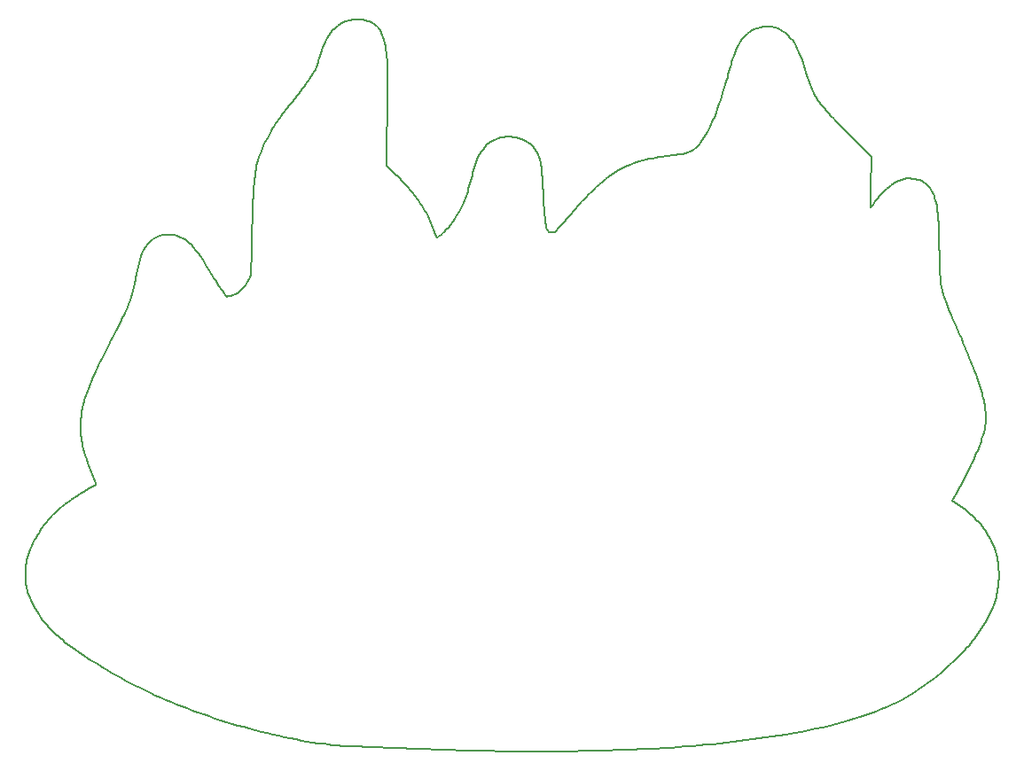
<source format=gbr>
%TF.GenerationSoftware,KiCad,Pcbnew,(6.0.1-0)*%
%TF.CreationDate,2023-09-14T22:16:04-07:00*%
%TF.ProjectId,pizzapad-base,70697a7a-6170-4616-942d-626173652e6b,rev?*%
%TF.SameCoordinates,Original*%
%TF.FileFunction,Profile,NP*%
%FSLAX46Y46*%
G04 Gerber Fmt 4.6, Leading zero omitted, Abs format (unit mm)*
G04 Created by KiCad (PCBNEW (6.0.1-0)) date 2023-09-14 22:16:04*
%MOMM*%
%LPD*%
G01*
G04 APERTURE LIST*
%ADD10C,0.200000*%
%TA.AperFunction,Profile*%
%ADD11C,0.200000*%
%TD*%
G04 APERTURE END LIST*
D10*
X129648530Y-96958434D02*
X129526023Y-96798568D01*
X129395492Y-96620260D01*
X129268142Y-96440914D01*
X129116228Y-96221238D01*
X129001609Y-96051834D01*
X128876528Y-95863685D01*
X128741167Y-95656461D01*
X128595708Y-95429834D01*
X128440333Y-95183476D01*
X128275223Y-94917058D01*
X128189075Y-94776224D01*
X182342277Y-138917757D02*
X183106683Y-138792381D01*
X183847605Y-138664598D01*
X184565844Y-138534017D01*
X185262198Y-138400246D01*
X185937465Y-138262894D01*
X186592446Y-138121568D01*
X187227939Y-137975877D01*
X187844743Y-137825429D01*
X188443658Y-137669833D01*
X189025482Y-137508697D01*
X189591014Y-137341628D01*
X190141054Y-137168236D01*
X190676401Y-136988129D01*
X191197854Y-136800914D01*
X191706211Y-136606201D01*
X192202273Y-136403598D01*
X192686837Y-136192712D01*
X193160703Y-135973153D01*
X193624671Y-135744528D01*
X194079538Y-135506446D01*
X194526105Y-135258515D01*
X194965171Y-135000343D01*
X195397534Y-134731539D01*
X195823993Y-134451711D01*
X196245348Y-134160467D01*
X196662398Y-133857416D01*
X197075942Y-133542165D01*
X197486778Y-133214324D01*
X197895707Y-132873500D01*
X198303526Y-132519302D01*
X198711036Y-132151338D01*
X199119035Y-131769217D01*
X159118830Y-140442283D02*
X160064719Y-140436050D01*
X160989139Y-140427669D01*
X161892817Y-140417087D01*
X162776479Y-140404252D01*
X163640851Y-140389112D01*
X164486660Y-140371614D01*
X165314633Y-140351707D01*
X166125496Y-140329337D01*
X166919976Y-140304452D01*
X167698799Y-140277001D01*
X168462692Y-140246931D01*
X169212381Y-140214189D01*
X169948593Y-140178723D01*
X170672054Y-140140481D01*
X171383492Y-140099410D01*
X172083632Y-140055459D01*
X172773201Y-140008574D01*
X173452925Y-139958704D01*
X174123532Y-139905797D01*
X174785748Y-139849799D01*
X175440299Y-139790659D01*
X176087911Y-139728324D01*
X176729312Y-139662742D01*
X177365228Y-139593861D01*
X177996385Y-139521628D01*
X178623511Y-139445991D01*
X179247330Y-139366898D01*
X179868571Y-139284296D01*
X180487960Y-139198133D01*
X181106223Y-139108357D01*
X181724086Y-139014916D01*
X182342277Y-138917757D01*
X155893080Y-81771268D02*
X155571640Y-81857607D01*
X155275696Y-81973849D01*
X155004111Y-82117144D01*
X154755753Y-82284643D01*
X154529485Y-82473497D01*
X154324173Y-82680860D01*
X154138683Y-82903880D01*
X153971881Y-83139711D01*
X153822630Y-83385502D01*
X153689797Y-83638407D01*
X153572247Y-83895575D01*
X153468846Y-84154159D01*
X153378458Y-84411310D01*
X153299950Y-84664178D01*
X153232186Y-84909917D01*
X153174032Y-85145676D01*
X202219216Y-127918394D02*
X202358892Y-127659765D01*
X202489022Y-127406781D01*
X202609777Y-127158460D01*
X202721329Y-126913818D01*
X202823848Y-126671872D01*
X202917506Y-126431639D01*
X203002474Y-126192136D01*
X203078925Y-125952379D01*
X203147028Y-125711386D01*
X203206957Y-125468173D01*
X203258882Y-125221756D01*
X203302974Y-124971154D01*
X203339406Y-124715382D01*
X203368348Y-124453458D01*
X203389971Y-124184397D01*
X203404449Y-123907219D01*
D11*
X191189549Y-86779435D02*
X191210491Y-83621156D01*
D10*
X144935550Y-84474048D02*
X144933170Y-84292778D01*
X160257504Y-90593068D02*
X160182665Y-90372673D01*
X160136394Y-90149785D01*
X160102737Y-89927234D01*
X160069414Y-89646987D01*
X160047132Y-89423557D01*
X160024623Y-89167669D01*
X160001735Y-88876595D01*
X159978319Y-88547609D01*
X159954224Y-88177985D01*
X159941875Y-87977082D01*
X159929300Y-87764997D01*
X159916480Y-87541389D01*
X159903396Y-87305917D01*
X159890030Y-87058242D01*
X159876363Y-86798021D01*
X185007809Y-75605775D02*
X184900467Y-75269731D01*
X184798891Y-74955625D01*
X184701924Y-74662094D01*
X184608409Y-74387777D01*
X184517190Y-74131311D01*
X184427111Y-73891335D01*
X184337014Y-73666487D01*
X184245743Y-73455405D01*
X184152142Y-73256727D01*
X184055055Y-73069092D01*
X183953325Y-72891136D01*
X183845794Y-72721499D01*
X183671095Y-72479662D01*
X183544007Y-72324863D01*
X183407071Y-72173617D01*
X183334549Y-72098900D01*
X177375886Y-76370362D02*
X177257779Y-76769615D01*
X177142705Y-77151048D01*
X177030530Y-77515149D01*
X176921120Y-77862413D01*
X176814342Y-78193329D01*
X176710063Y-78508389D01*
X176608148Y-78808086D01*
X176508465Y-79092910D01*
X176410880Y-79363353D01*
X176315259Y-79619907D01*
X176221469Y-79863063D01*
X176129376Y-80093313D01*
X176038847Y-80311148D01*
X175949749Y-80517060D01*
X175861947Y-80711541D01*
X175775309Y-80895082D01*
X175604989Y-81231310D01*
X175437720Y-81529677D01*
X175272435Y-81794115D01*
X175108066Y-82028558D01*
X174943544Y-82236937D01*
X174777802Y-82423185D01*
X174609771Y-82591235D01*
X174438385Y-82745019D01*
X150299278Y-90906804D02*
X150137853Y-91041905D01*
X149970423Y-91164145D01*
X149800158Y-91269978D01*
X149720609Y-91313498D01*
X159413895Y-83372484D02*
X159266053Y-83104088D01*
X159098447Y-82862236D01*
X158913251Y-82646050D01*
X158712634Y-82454650D01*
X158498770Y-82287157D01*
X158273830Y-82142693D01*
X158039987Y-82020379D01*
X157799411Y-81919335D01*
X157554275Y-81838683D01*
X157306751Y-81777544D01*
X157059011Y-81735040D01*
X156813226Y-81710290D01*
X156571568Y-81702417D01*
X156336210Y-81710542D01*
X156109323Y-81733785D01*
X155893080Y-81771268D01*
X124259238Y-91074136D02*
X124032861Y-91072239D01*
X123818072Y-91084011D01*
X123614523Y-91108874D01*
X123239750Y-91195559D01*
X122905757Y-91327667D01*
X122609759Y-91500573D01*
X122348971Y-91709649D01*
X122120608Y-91950270D01*
X121921884Y-92217809D01*
X121750016Y-92507640D01*
X121602217Y-92815137D01*
X121475704Y-93135673D01*
X121367690Y-93464621D01*
X121275391Y-93797357D01*
X121196021Y-94129252D01*
X121126796Y-94455682D01*
X121064931Y-94772019D01*
X121035888Y-94924958D01*
X159876363Y-86798021D02*
X159863865Y-86558300D01*
X159850736Y-86314501D01*
X159836643Y-86068229D01*
X159821251Y-85821090D01*
X159804228Y-85574691D01*
X159785239Y-85330638D01*
X159763951Y-85090537D01*
X159740031Y-84855994D01*
X159713146Y-84628615D01*
X159682961Y-84410007D01*
X159649144Y-84201776D01*
X159590877Y-83912398D01*
X159522560Y-83655403D01*
X159443069Y-83436210D01*
X159413895Y-83372484D01*
X149720609Y-91313498D02*
X149628255Y-91064058D01*
X149536702Y-90822843D01*
X149445673Y-90589433D01*
X149354895Y-90363404D01*
X149264091Y-90144337D01*
X149172988Y-89931808D01*
X149081309Y-89725397D01*
X148988780Y-89524681D01*
X148895125Y-89329240D01*
X148800070Y-89138651D01*
X148703339Y-88952493D01*
X148604657Y-88770344D01*
X148503750Y-88591783D01*
X148400341Y-88416387D01*
X148294157Y-88243736D01*
X148184922Y-88073407D01*
X148072360Y-87904980D01*
X147956197Y-87738032D01*
X147836158Y-87572141D01*
X147711968Y-87406887D01*
X147583351Y-87241847D01*
X147450033Y-87076600D01*
X147311738Y-86910724D01*
X147168191Y-86743797D01*
X147019117Y-86575399D01*
X146864241Y-86405107D01*
X146703289Y-86232499D01*
X146535984Y-86057155D01*
X146362052Y-85878651D01*
X146181218Y-85696568D01*
X145993206Y-85510482D01*
X145797743Y-85319974D01*
X142395517Y-70504613D02*
X142186684Y-70499102D01*
X141967330Y-70503599D01*
X141758748Y-70516274D01*
X198921504Y-116496070D02*
X199023714Y-116321773D01*
X110485054Y-122798684D02*
X110467429Y-123005904D01*
X110454696Y-123212270D01*
X110447282Y-123417996D01*
X110445615Y-123623301D01*
X110450121Y-123828398D01*
X110461227Y-124033506D01*
X110479360Y-124238840D01*
X110504947Y-124444616D01*
X110538416Y-124651051D01*
X110580193Y-124858361D01*
X110612872Y-124997161D01*
X110612872Y-124997161D02*
X110680183Y-125234439D01*
X110765737Y-125482545D01*
X110868017Y-125739447D01*
X110985508Y-126003113D01*
X111116693Y-126271509D01*
X111260055Y-126542604D01*
X111414077Y-126814366D01*
X111577244Y-127084762D01*
X111748039Y-127351759D01*
X111924946Y-127613327D01*
X112106447Y-127867432D01*
X112291027Y-128112041D01*
X112477169Y-128345124D01*
X112663357Y-128564647D01*
X112848074Y-128768578D01*
X113029804Y-128954886D01*
X113029804Y-128954886D02*
X113200065Y-129118170D01*
X113382797Y-129285401D01*
X113577541Y-129456317D01*
X113783838Y-129630657D01*
X114001231Y-129808161D01*
X114229262Y-129988568D01*
X114467472Y-130171617D01*
X114715403Y-130357047D01*
X114972597Y-130544598D01*
X115238595Y-130734009D01*
X115512941Y-130925019D01*
X115795174Y-131117367D01*
X116084837Y-131310793D01*
X116381473Y-131505036D01*
X116684622Y-131699835D01*
X116993826Y-131894930D01*
X117308628Y-132090059D01*
X117628569Y-132284961D01*
X117953191Y-132479377D01*
X118282036Y-132673045D01*
X118614645Y-132865705D01*
X118950560Y-133057096D01*
X119289324Y-133246956D01*
X119630478Y-133435026D01*
X119973563Y-133621045D01*
X120318122Y-133804751D01*
X120663697Y-133985884D01*
X121009829Y-134164184D01*
X121356059Y-134339389D01*
X121701931Y-134511239D01*
X122046985Y-134679473D01*
X122390764Y-134843831D01*
D11*
X142395398Y-70504649D02*
X142395517Y-70504613D01*
D10*
X117194362Y-114932037D02*
X116920606Y-115083725D01*
X116655177Y-115233358D01*
X116397852Y-115381187D01*
X116148410Y-115527459D01*
X115906625Y-115672426D01*
X115672276Y-115816336D01*
X115445140Y-115959441D01*
X115224993Y-116101988D01*
X115011614Y-116244228D01*
X114804778Y-116386411D01*
X114604263Y-116528786D01*
X114409846Y-116671602D01*
X114221304Y-116815111D01*
X114038415Y-116959561D01*
X113860954Y-117105202D01*
X113688700Y-117252283D01*
X113521430Y-117401055D01*
X113358920Y-117551767D01*
X113200947Y-117704669D01*
X113047290Y-117860010D01*
X112897724Y-118018040D01*
X112752027Y-118179010D01*
X112609975Y-118343167D01*
X112471347Y-118510763D01*
X112335919Y-118682047D01*
X112203468Y-118857268D01*
X112073771Y-119036677D01*
X111946605Y-119220523D01*
X111821748Y-119409055D01*
X111698976Y-119602524D01*
X111578067Y-119801178D01*
X111458798Y-120005269D01*
X162595416Y-89017420D02*
X162361678Y-89296652D01*
X162150361Y-89546570D01*
X161960445Y-89768735D01*
X161790912Y-89964708D01*
X161640743Y-90136051D01*
X161449569Y-90350299D01*
X161296235Y-90517911D01*
X161144710Y-90677955D01*
X161002196Y-90818640D01*
X160975605Y-90841738D01*
X167215470Y-84808706D02*
X166963554Y-84952439D01*
X166699571Y-85120269D01*
X166425054Y-85310439D01*
X166141537Y-85521197D01*
X165850553Y-85750787D01*
X165553635Y-85997454D01*
X165252316Y-86259445D01*
X165100486Y-86395639D01*
X164948131Y-86535005D01*
X164795442Y-86677325D01*
X164642611Y-86822379D01*
X164489830Y-86969948D01*
X164337290Y-87119813D01*
X164185184Y-87271754D01*
X164033702Y-87425552D01*
X163883037Y-87580988D01*
X163733380Y-87737842D01*
X163584923Y-87895895D01*
X163437857Y-88054928D01*
X163292374Y-88214722D01*
X163148666Y-88375056D01*
X163006925Y-88535713D01*
X162867341Y-88696471D01*
X162730108Y-88857114D01*
X162595416Y-89017420D01*
D11*
X191210491Y-83621156D02*
X188777294Y-81176337D01*
D10*
X171886653Y-83507282D02*
X171575294Y-83543918D01*
X171262183Y-83586977D01*
X170948252Y-83636361D01*
X170634428Y-83691970D01*
X170321643Y-83753704D01*
X170010827Y-83821465D01*
X169702908Y-83895154D01*
X169398817Y-83974670D01*
X169099483Y-84059916D01*
X168805837Y-84150791D01*
X168518808Y-84247196D01*
X168239327Y-84349032D01*
X167968322Y-84456201D01*
X167706725Y-84568602D01*
X167455464Y-84686137D01*
X167215470Y-84808706D01*
X199023714Y-116321773D02*
X199163660Y-116083269D01*
X199302866Y-115842442D01*
X199441132Y-115599604D01*
X199578260Y-115355065D01*
X199714049Y-115109137D01*
X199848302Y-114862132D01*
X199980818Y-114614361D01*
X200111399Y-114366137D01*
X200239846Y-114117769D01*
X200365960Y-113869571D01*
X200489541Y-113621854D01*
X200610390Y-113374929D01*
X200728309Y-113129107D01*
X200843098Y-112884701D01*
X200954558Y-112642022D01*
X201062490Y-112401381D01*
X201166695Y-112163090D01*
X201266974Y-111927461D01*
X201363127Y-111694805D01*
X201454956Y-111465434D01*
X201542262Y-111239659D01*
X201624845Y-111017792D01*
X201702506Y-110800144D01*
X201775047Y-110587027D01*
X201842268Y-110378753D01*
X201903970Y-110175633D01*
X201959953Y-109977979D01*
X202053970Y-109600314D01*
X202122726Y-109248250D01*
X202147133Y-109082598D01*
D11*
X132000387Y-94845941D02*
X131886516Y-95103902D01*
D10*
X121035888Y-94924958D02*
X120995060Y-95139024D01*
X120955571Y-95342531D01*
X120879036Y-95721904D01*
X120803136Y-96071155D01*
X120724724Y-96398363D01*
X120640652Y-96711605D01*
X120547775Y-97018960D01*
X120442944Y-97328507D01*
X120323014Y-97648323D01*
X120184836Y-97986487D01*
X120025265Y-98351077D01*
X119936473Y-98545807D01*
X119841152Y-98750172D01*
X119738910Y-98965183D01*
X119629352Y-99191850D01*
X119512086Y-99431182D01*
X119386717Y-99684189D01*
X119252853Y-99951880D01*
X119110101Y-100235267D01*
X118958066Y-100535358D01*
X118796355Y-100853163D01*
X118624576Y-101189692D01*
X118442335Y-101545956D01*
X185716617Y-77560236D02*
X185634033Y-77366289D01*
X185557313Y-77171091D01*
X185467722Y-76934204D01*
X185394383Y-76734867D01*
X185317567Y-76521385D01*
X185238889Y-76297746D01*
X185159961Y-76067939D01*
X185082397Y-75835953D01*
X185007809Y-75605775D01*
X191191929Y-88445722D02*
X191191081Y-88199238D01*
X191189890Y-87957131D01*
X191188711Y-87712913D01*
X191188013Y-87511659D01*
X191187730Y-87301581D01*
X191188043Y-87079356D01*
X191189133Y-86841664D01*
X191189549Y-86779435D01*
X199119035Y-131769217D02*
X199386972Y-131511427D01*
X199640678Y-131262068D01*
X199881083Y-131019821D01*
X200109117Y-130783369D01*
X200325711Y-130551395D01*
X200531795Y-130322581D01*
X200728298Y-130095609D01*
X200916152Y-129869162D01*
X201096286Y-129641923D01*
X201269631Y-129412574D01*
X201437116Y-129179798D01*
X201599673Y-128942276D01*
X201758231Y-128698693D01*
X201913721Y-128447730D01*
X202067072Y-128188069D01*
X202219216Y-127918394D01*
X197717649Y-92375561D02*
X197709066Y-92055400D01*
X197701554Y-91737327D01*
X197694486Y-91421847D01*
X197687237Y-91109468D01*
X197679183Y-90800697D01*
X197669699Y-90496040D01*
X197658159Y-90196006D01*
X197643937Y-89901100D01*
X197626410Y-89611829D01*
X197604952Y-89328702D01*
X197578938Y-89052224D01*
X197547742Y-88782903D01*
X197510740Y-88521246D01*
X197467307Y-88267759D01*
X197416816Y-88022951D01*
X197358645Y-87787327D01*
X197292166Y-87561395D01*
X197216756Y-87345662D01*
X197131788Y-87140634D01*
X197036638Y-86946820D01*
X196930682Y-86764725D01*
X196813292Y-86594857D01*
X196683846Y-86437723D01*
X196541717Y-86293829D01*
X196386280Y-86163684D01*
X196216911Y-86047794D01*
X196032983Y-85946665D01*
X195833873Y-85860805D01*
X195618955Y-85790721D01*
X195387603Y-85736920D01*
X195139194Y-85699909D01*
X194873101Y-85680195D01*
X145797743Y-85319974D02*
X145635632Y-85162820D01*
X145465607Y-84997281D01*
X145299097Y-84834158D01*
X145139504Y-84676612D01*
X144996829Y-84534948D01*
X144935550Y-84474048D01*
X174438385Y-82745019D02*
X174280908Y-82879477D01*
X174101033Y-83023986D01*
X173927187Y-83136047D01*
X173728429Y-83223611D01*
X173473818Y-83294631D01*
X173227594Y-83341821D01*
X173029876Y-83372253D01*
X172800790Y-83403020D01*
X172536470Y-83435118D01*
X172233046Y-83469541D01*
X171886653Y-83507282D01*
D11*
X132044543Y-92589364D02*
X132000387Y-94845941D01*
D10*
X188777294Y-81176337D02*
X188594957Y-80992755D01*
X188419784Y-80815401D01*
X188251617Y-80644106D01*
X188090300Y-80478704D01*
X187935676Y-80319027D01*
X187787586Y-80164907D01*
X187645875Y-80016178D01*
X187380959Y-79734220D01*
X187139671Y-79471815D01*
X186920755Y-79227624D01*
X186722954Y-79000307D01*
X186545012Y-78788526D01*
X186385672Y-78590943D01*
X186243678Y-78406217D01*
X186117773Y-78233011D01*
X185956334Y-77991872D01*
X185824029Y-77769119D01*
X185716617Y-77560236D01*
X115720963Y-109180204D02*
X115714016Y-109447747D01*
X115714580Y-109707287D01*
X115723347Y-109961852D01*
X115741011Y-110214467D01*
X115768264Y-110468159D01*
X115805800Y-110725953D01*
X115854312Y-110990876D01*
X115914493Y-111265955D01*
X115987036Y-111554216D01*
X116072636Y-111858685D01*
X116171984Y-112182388D01*
X116285774Y-112528351D01*
X116414699Y-112899601D01*
X116485054Y-113095655D01*
X116559452Y-113299165D01*
X116637981Y-113510510D01*
X116720728Y-113730068D01*
X116807777Y-113958217D01*
X116899218Y-114195337D01*
X131886516Y-95103902D02*
X131781811Y-95324311D01*
X131672097Y-95528289D01*
X131557915Y-95716279D01*
X131439807Y-95888726D01*
X131256468Y-96119224D01*
X131067342Y-96317246D01*
X130874259Y-96484292D01*
X130679045Y-96621858D01*
X130483531Y-96731444D01*
X130289543Y-96814549D01*
X130036428Y-96886750D01*
X129913463Y-96907305D01*
D11*
X160975605Y-90841738D02*
X160443422Y-90823140D01*
D10*
X116899218Y-114195337D02*
X116974192Y-114388234D01*
X117050799Y-114583049D01*
X117130570Y-114778260D01*
X117194362Y-114932037D01*
X132651100Y-84002286D02*
X132582542Y-84241196D01*
X132519779Y-84498633D01*
X132462443Y-84779135D01*
X132410170Y-85087240D01*
X132362593Y-85427485D01*
X132319346Y-85804410D01*
X132299232Y-86008045D01*
X132280064Y-86222552D01*
X132261795Y-86448497D01*
X132244380Y-86686448D01*
X132227773Y-86936973D01*
X132211928Y-87200638D01*
X132196800Y-87478011D01*
X132182343Y-87769658D01*
X132168511Y-88076149D01*
X132155259Y-88398048D01*
X132142540Y-88735925D01*
X132130310Y-89090345D01*
X132118521Y-89461877D01*
X132107129Y-89851087D01*
X132096088Y-90258543D01*
X132085352Y-90684812D01*
X132074875Y-91130461D01*
X132064612Y-91596058D01*
X132054516Y-92082170D01*
X132044543Y-92589364D01*
X203404449Y-123907219D02*
X203410783Y-123603567D01*
X203406369Y-123304562D01*
X203391336Y-123010204D01*
X203365816Y-122720493D01*
X203329938Y-122435430D01*
X203283831Y-122155013D01*
X203227628Y-121879245D01*
X203161456Y-121608124D01*
X203085448Y-121341651D01*
X202999732Y-121079826D01*
X202904439Y-120822650D01*
X202799699Y-120570122D01*
X202685643Y-120322244D01*
X202562400Y-120079014D01*
X202430101Y-119840433D01*
X202288875Y-119606501D01*
X202138854Y-119377220D01*
X201980166Y-119152587D01*
X201812943Y-118932605D01*
X201637314Y-118717273D01*
X201453409Y-118506591D01*
X201261359Y-118300560D01*
X201061294Y-118099180D01*
X200853345Y-117902450D01*
X200637640Y-117710372D01*
X200414310Y-117522944D01*
X200183486Y-117340169D01*
X199945298Y-117162045D01*
X199699875Y-116988573D01*
X199447348Y-116819753D01*
X199187848Y-116655585D01*
X198921504Y-116496070D01*
X118442335Y-101545956D02*
X118258766Y-101905415D01*
X118083041Y-102251487D01*
X117915011Y-102584732D01*
X117754526Y-102905708D01*
X117601438Y-103214973D01*
X117455599Y-103513087D01*
X117316860Y-103800608D01*
X117185072Y-104078094D01*
X117060086Y-104346105D01*
X116941754Y-104605200D01*
X116829927Y-104855936D01*
X116724456Y-105098873D01*
X116625194Y-105334569D01*
X116531990Y-105563584D01*
X116444697Y-105786476D01*
X116363166Y-106003803D01*
X116287248Y-106216124D01*
X116216794Y-106423999D01*
X116151656Y-106627985D01*
X116091686Y-106828642D01*
X116036733Y-107026528D01*
X115986651Y-107222202D01*
X115900501Y-107609149D01*
X115832047Y-107993953D01*
X115780098Y-108381084D01*
X115743467Y-108775010D01*
X115730523Y-108975919D01*
X115720963Y-109180204D01*
X111458798Y-120005269D02*
X111352502Y-120194505D01*
X111252799Y-120379800D01*
X111159573Y-120561577D01*
X111031628Y-120828583D01*
X110917615Y-121090075D01*
X110817147Y-121347493D01*
X110729838Y-121602274D01*
X110655302Y-121855859D01*
X110593154Y-122109685D01*
X110543008Y-122365193D01*
X110504478Y-122623821D01*
X110485054Y-122798684D01*
X183334549Y-72098900D02*
X183171436Y-71943363D01*
X183006015Y-71802793D01*
X182838600Y-71676867D01*
X182669503Y-71565267D01*
X182327521Y-71383760D01*
X181982580Y-71255711D01*
X181637191Y-71178559D01*
X181293864Y-71149741D01*
X180955109Y-71166697D01*
X180623435Y-71226864D01*
X180301355Y-71327682D01*
X179991377Y-71466588D01*
X179696012Y-71641022D01*
X179417771Y-71848421D01*
X179159163Y-72086225D01*
X178922699Y-72351871D01*
X178710890Y-72642798D01*
X178526245Y-72956446D01*
X129913463Y-96907305D02*
X129705701Y-96938610D01*
X129648530Y-96958434D01*
X141758748Y-70516274D02*
X141404286Y-70565174D01*
X141075807Y-70652134D01*
X140772197Y-70773810D01*
X140492343Y-70926858D01*
X140235132Y-71107931D01*
X139999450Y-71313687D01*
X139784185Y-71540780D01*
X139588223Y-71785866D01*
X139410452Y-72045599D01*
X139249757Y-72316637D01*
X139105027Y-72595633D01*
X138975148Y-72879243D01*
X138859006Y-73164123D01*
X138755490Y-73446929D01*
X138663484Y-73724315D01*
X138581878Y-73992937D01*
X144933170Y-83972070D02*
X144933700Y-83737510D01*
X144935093Y-83479816D01*
X144937339Y-83197736D01*
X144939306Y-82995518D01*
X144941645Y-82781534D01*
X144944355Y-82555415D01*
X144947433Y-82316790D01*
X144950875Y-82065287D01*
X144954681Y-81800536D01*
X144958846Y-81522167D01*
X144963369Y-81229809D01*
X144968247Y-80923090D01*
X144973478Y-80601641D01*
X144979058Y-80265090D01*
X144981979Y-80091036D01*
X144981979Y-80091036D02*
X144992089Y-79523197D01*
X145002556Y-78972161D01*
X145012758Y-78437979D01*
X145022073Y-77920700D01*
X145029878Y-77420375D01*
X145035550Y-76937055D01*
X145038468Y-76470790D01*
X145038008Y-76021631D01*
X145033548Y-75589628D01*
X145024466Y-75174831D01*
X145010140Y-74777291D01*
X144989946Y-74397058D01*
X144963263Y-74034184D01*
X144929468Y-73688717D01*
X144887938Y-73360709D01*
X144838051Y-73050211D01*
X144779185Y-72757271D01*
X144710717Y-72481943D01*
X144632025Y-72224274D01*
X144542485Y-71984317D01*
X144441477Y-71762121D01*
X144328377Y-71557736D01*
X144202563Y-71371215D01*
X144063413Y-71202606D01*
X143910303Y-71051960D01*
X143742612Y-70919328D01*
X143559717Y-70804760D01*
X143360996Y-70708307D01*
X143145825Y-70630018D01*
X142913584Y-70569946D01*
X142663649Y-70528139D01*
X142395398Y-70504649D01*
X199841753Y-101016089D02*
X199645378Y-100559647D01*
X199462210Y-100135265D01*
X199291768Y-99740942D01*
X199133569Y-99374672D01*
X198987132Y-99034453D01*
X198851973Y-98718281D01*
X198727612Y-98424154D01*
X198613566Y-98150067D01*
X198509353Y-97894018D01*
X198414491Y-97654003D01*
X198328498Y-97428018D01*
X198250892Y-97214061D01*
X198181190Y-97010128D01*
X198118912Y-96814216D01*
X198014695Y-96438441D01*
X197934384Y-96070709D01*
X197874124Y-95694994D01*
X197830057Y-95295269D01*
X197812890Y-95081394D01*
X197798327Y-94855507D01*
X197785883Y-94615604D01*
X197775077Y-94359682D01*
X197765428Y-94085737D01*
X197756452Y-93791767D01*
X197747668Y-93475767D01*
X197738595Y-93135735D01*
X197728749Y-92769667D01*
X197717649Y-92375561D01*
X138128704Y-75285065D02*
X138015790Y-75494631D01*
X137900053Y-75687554D01*
X137759169Y-75908436D01*
X137594466Y-76154859D01*
X137472083Y-76332138D01*
X137340095Y-76518980D01*
X137198894Y-76714668D01*
X137048871Y-76918487D01*
X136890420Y-77129722D01*
X136723932Y-77347656D01*
X136549801Y-77571573D01*
X136368419Y-77800758D01*
X136180178Y-78034496D01*
X136083608Y-78152848D01*
X202147133Y-109082598D02*
X202174907Y-108771895D01*
X202180048Y-108442130D01*
X202162495Y-108091859D01*
X202122188Y-107719642D01*
X202059066Y-107324034D01*
X202018931Y-107117008D01*
X201973070Y-106903594D01*
X201921475Y-106683611D01*
X201864138Y-106456880D01*
X201801053Y-106223219D01*
X201732212Y-105982448D01*
X201657607Y-105734387D01*
X201577230Y-105478857D01*
X201491075Y-105215676D01*
X201399133Y-104944664D01*
X201301397Y-104665641D01*
X201197860Y-104378426D01*
X201088514Y-104082840D01*
X200973351Y-103778702D01*
X200852364Y-103465831D01*
X200725546Y-103144048D01*
X200592889Y-102813172D01*
X200454385Y-102473023D01*
X200310027Y-102123421D01*
X200159807Y-101764184D01*
X200003718Y-101395133D01*
X199841753Y-101016089D01*
X128189075Y-94776224D02*
X127986829Y-94442536D01*
X127785166Y-94109855D01*
X127582721Y-93780887D01*
X127378130Y-93458340D01*
X127170030Y-93144922D01*
X126957057Y-92843340D01*
X126737847Y-92556301D01*
X126511036Y-92286513D01*
X126275259Y-92036683D01*
X126029154Y-91809519D01*
X125771356Y-91607729D01*
X125500501Y-91434019D01*
X125215226Y-91291097D01*
X124914166Y-91181671D01*
X124595958Y-91108448D01*
X124259238Y-91074136D01*
X138581878Y-73992937D02*
X138519500Y-74199288D01*
X138453403Y-74405444D01*
X138386266Y-74605098D01*
X138304960Y-74835912D01*
X138231445Y-75034391D01*
X138151568Y-75234482D01*
X138128704Y-75285065D01*
X160443422Y-90823140D02*
X160303220Y-90671159D01*
X160257504Y-90593068D01*
X144933170Y-84292778D02*
X144932987Y-84089070D01*
X144933170Y-83972070D01*
X178526245Y-72956446D02*
X178404951Y-73202701D01*
X178290451Y-73464679D01*
X178181356Y-73742223D01*
X178110944Y-73935822D01*
X178041905Y-74136224D01*
X177973828Y-74343380D01*
X177906302Y-74557245D01*
X177838915Y-74777771D01*
X177771257Y-75004913D01*
X177702914Y-75238624D01*
X177633477Y-75478857D01*
X177562534Y-75725565D01*
X177489673Y-75978703D01*
X177414483Y-76238223D01*
X177375886Y-76370362D01*
X153174032Y-85145676D02*
X153108147Y-85420443D01*
X153040622Y-85688005D01*
X152971465Y-85948470D01*
X152900687Y-86201947D01*
X152828296Y-86448547D01*
X152754302Y-86688379D01*
X152678715Y-86921551D01*
X152601545Y-87148174D01*
X152522800Y-87368357D01*
X152442491Y-87582210D01*
X152360628Y-87789841D01*
X152277219Y-87991360D01*
X152192274Y-88186877D01*
X152105803Y-88376501D01*
X152017816Y-88560342D01*
X151837329Y-88911111D01*
X151650892Y-89240058D01*
X151458580Y-89548061D01*
X151260469Y-89835994D01*
X151056638Y-90104733D01*
X150847162Y-90355153D01*
X150632117Y-90588130D01*
X150411581Y-90804538D01*
X150299278Y-90906804D01*
X194873101Y-85680195D02*
X194603116Y-85685447D01*
X194340604Y-85721157D01*
X194085103Y-85785585D01*
X193836153Y-85876993D01*
X193593293Y-85993644D01*
X193356061Y-86133800D01*
X193123998Y-86295721D01*
X192896642Y-86477672D01*
X192673531Y-86677912D01*
X192454206Y-86894704D01*
X192238204Y-87126311D01*
X192025067Y-87370993D01*
X191814331Y-87627013D01*
X191605537Y-87892634D01*
X191398223Y-88166116D01*
X191191929Y-88445722D01*
X139416187Y-139779951D02*
X139651436Y-139804882D01*
X139952621Y-139830634D01*
X140315602Y-139857099D01*
X140736239Y-139884165D01*
X141210395Y-139911725D01*
X141733930Y-139939668D01*
X142302706Y-139967885D01*
X142912583Y-139996266D01*
X143559422Y-140024703D01*
X144239085Y-140053085D01*
X144947432Y-140081304D01*
X145680325Y-140109250D01*
X146433625Y-140136813D01*
X147203193Y-140163884D01*
X147984889Y-140190354D01*
X148774576Y-140216112D01*
X149568113Y-140241051D01*
X150361363Y-140265060D01*
X151150186Y-140288029D01*
X151930443Y-140309850D01*
X152697995Y-140330414D01*
X153448704Y-140349609D01*
X154178430Y-140367328D01*
X154883035Y-140383461D01*
X155558379Y-140397897D01*
X156200324Y-140410529D01*
X156804731Y-140421246D01*
X157367461Y-140429939D01*
X157884375Y-140436499D01*
X158351333Y-140440815D01*
X158764198Y-140442780D01*
X159118830Y-140442283D01*
X122390764Y-134843831D02*
X122861758Y-135063199D01*
X123341912Y-135279877D01*
X123830703Y-135493712D01*
X124327610Y-135704554D01*
X124832110Y-135912251D01*
X125343682Y-136116654D01*
X125861802Y-136317611D01*
X126385950Y-136514970D01*
X126915603Y-136708582D01*
X127450239Y-136898294D01*
X127989335Y-137083956D01*
X128532371Y-137265418D01*
X129078823Y-137442527D01*
X129628169Y-137615134D01*
X130179888Y-137783087D01*
X130733458Y-137946235D01*
X131288355Y-138104427D01*
X131844059Y-138257512D01*
X132400047Y-138405339D01*
X132955796Y-138547758D01*
X133510786Y-138684617D01*
X134064494Y-138815766D01*
X134616397Y-138941053D01*
X135165974Y-139060327D01*
X135712702Y-139173437D01*
X136256060Y-139280234D01*
X136795525Y-139380564D01*
X137330575Y-139474278D01*
X137860688Y-139561225D01*
X138385343Y-139641253D01*
X138904016Y-139714212D01*
X139416187Y-139779951D01*
X136083608Y-78152848D02*
X135919133Y-78354699D01*
X135759010Y-78553633D01*
X135603173Y-78749817D01*
X135451555Y-78943422D01*
X135304089Y-79134616D01*
X135160711Y-79323567D01*
X135021354Y-79510445D01*
X134885952Y-79695418D01*
X134754439Y-79878655D01*
X134626749Y-80060325D01*
X134502816Y-80240597D01*
X134382574Y-80419639D01*
X134265957Y-80597620D01*
X134152898Y-80774710D01*
X134043332Y-80951077D01*
X133937193Y-81126890D01*
X133834414Y-81302317D01*
X133734930Y-81477528D01*
X133545582Y-81827976D01*
X133368619Y-82179583D01*
X133203514Y-82533700D01*
X133049737Y-82891679D01*
X132906762Y-83254869D01*
X132774059Y-83624621D01*
X132651100Y-84002286D01*
M02*

</source>
